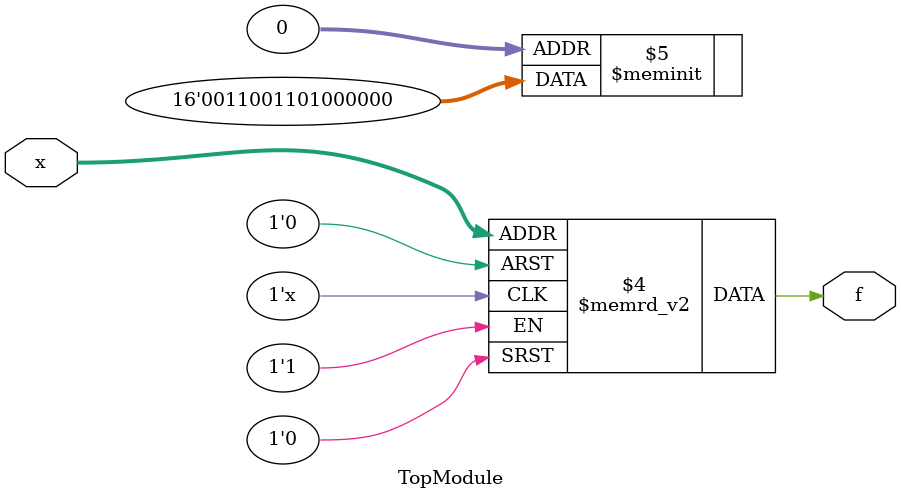
<source format=sv>
module TopModule(
    input  logic [3:0] x,
    output logic       f
);

    always @(*) begin
        case (x)
            4'b0001: f = 1'b0;
            4'b0100: f = 1'b0;
            4'b0110: f = 1'b1;
            4'b0111: f = 1'b0;
            4'b1100: f = 1'b1;
            4'b1101: f = 1'b1;
            4'b1000: f = 1'b1;
            4'b1001: f = 1'b1;
            4'b1010: f = 1'b0;
            default: f = 1'b0; // Assigning don't-care conditions to 0 for simplicity
        endcase
    end

endmodule
</source>
